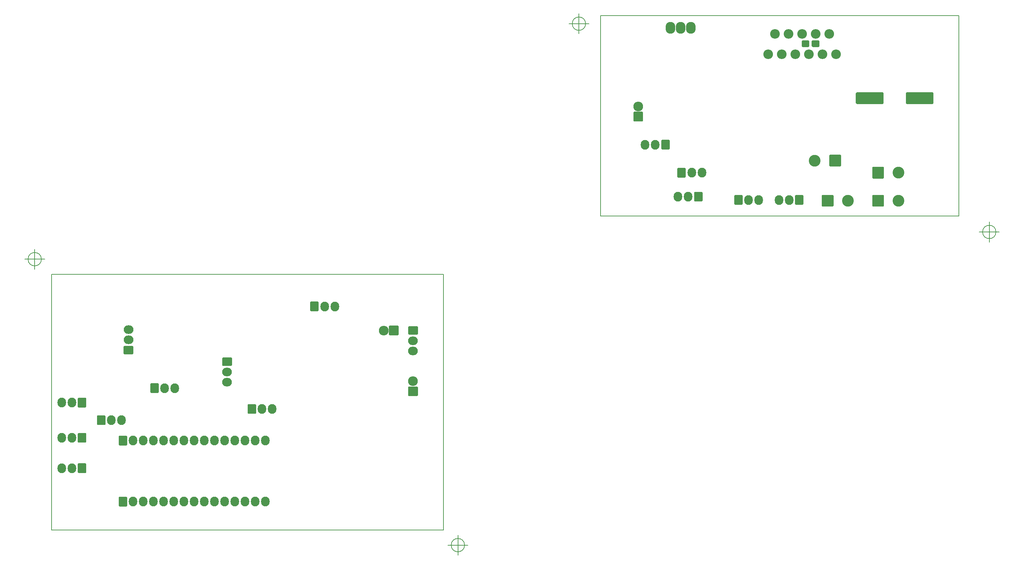
<source format=gbr>
%TF.GenerationSoftware,KiCad,Pcbnew,(5.1.9)-1*%
%TF.CreationDate,2021-04-11T15:54:41+02:00*%
%TF.ProjectId,bab_top,6261625f-746f-4702-9e6b-696361645f70,rev?*%
%TF.SameCoordinates,Original*%
%TF.FileFunction,Soldermask,Bot*%
%TF.FilePolarity,Negative*%
%FSLAX46Y46*%
G04 Gerber Fmt 4.6, Leading zero omitted, Abs format (unit mm)*
G04 Created by KiCad (PCBNEW (5.1.9)-1) date 2021-04-11 15:54:41*
%MOMM*%
%LPD*%
G01*
G04 APERTURE LIST*
%TA.AperFunction,Profile*%
%ADD10C,0.150000*%
%TD*%
%ADD11O,2.432000X2.940000*%
%ADD12O,2.127200X2.432000*%
%ADD13C,2.940000*%
%ADD14O,2.432000X2.127200*%
%ADD15O,2.432000X2.432000*%
%ADD16O,2.400000X2.400000*%
G04 APERTURE END LIST*
D10*
X140866666Y-146200000D02*
G75*
G03*
X140866666Y-146200000I-1666666J0D01*
G01*
X136700000Y-146200000D02*
X141700000Y-146200000D01*
X139200000Y-143700000D02*
X139200000Y-148700000D01*
X35266666Y-74800000D02*
G75*
G03*
X35266666Y-74800000I-1666666J0D01*
G01*
X31100000Y-74800000D02*
X36100000Y-74800000D01*
X33600000Y-72300000D02*
X33600000Y-77300000D01*
X273466666Y-68000000D02*
G75*
G03*
X273466666Y-68000000I-1666666J0D01*
G01*
X269300000Y-68000000D02*
X274300000Y-68000000D01*
X271800000Y-65500000D02*
X271800000Y-70500000D01*
X171066666Y-16000000D02*
G75*
G03*
X171066666Y-16000000I-1666666J0D01*
G01*
X166900000Y-16000000D02*
X171900000Y-16000000D01*
X169400000Y-13500000D02*
X169400000Y-18500000D01*
X40200000Y-78600000D02*
X37800000Y-78600000D01*
X40200000Y-142400000D02*
X37800000Y-142400000D01*
X40200000Y-78600000D02*
X44400000Y-78600000D01*
X37800000Y-142400000D02*
X37800000Y-78600000D01*
X135600000Y-142400000D02*
X39800000Y-142400000D01*
X135600000Y-78600000D02*
X135600000Y-142400000D01*
X44000000Y-78600000D02*
X135600000Y-78600000D01*
X179800000Y-64000000D02*
X174800000Y-64000000D01*
X174800000Y-14000000D02*
X174800000Y-64000000D01*
X179800000Y-14000000D02*
X174800000Y-14000000D01*
X264200000Y-64000000D02*
X259200000Y-64000000D01*
X264200000Y-14000000D02*
X264200000Y-64000000D01*
X264200000Y-14000000D02*
X259200000Y-14000000D01*
X254200000Y-64000000D02*
X259200000Y-64000000D01*
X179800000Y-64000000D02*
X254200000Y-64000000D01*
X254200000Y-14000000D02*
X259200000Y-14000000D01*
X247200000Y-14000000D02*
X192000000Y-14000000D01*
X247200000Y-14000000D02*
X254200000Y-14000000D01*
X192000000Y-14000000D02*
X179800000Y-14000000D01*
D11*
%TO.C,U401*%
X194800000Y-17000000D03*
X192260000Y-17000000D03*
X197340000Y-17000000D03*
%TD*%
%TO.C,P103*%
G36*
G01*
X54736400Y-118884000D02*
X56463600Y-118884000D01*
G75*
G02*
X56663600Y-119084000I0J-200000D01*
G01*
X56663600Y-121116000D01*
G75*
G02*
X56463600Y-121316000I-200000J0D01*
G01*
X54736400Y-121316000D01*
G75*
G02*
X54536400Y-121116000I0J200000D01*
G01*
X54536400Y-119084000D01*
G75*
G02*
X54736400Y-118884000I200000J0D01*
G01*
G37*
D12*
X58140000Y-120100000D03*
X60680000Y-120100000D03*
X63220000Y-120100000D03*
X65760000Y-120100000D03*
X68300000Y-120100000D03*
X70840000Y-120100000D03*
X73380000Y-120100000D03*
X75920000Y-120100000D03*
X78460000Y-120100000D03*
X81000000Y-120100000D03*
X83540000Y-120100000D03*
X86080000Y-120100000D03*
X88620000Y-120100000D03*
X91160000Y-120100000D03*
G36*
G01*
X54736400Y-134124000D02*
X56463600Y-134124000D01*
G75*
G02*
X56663600Y-134324000I0J-200000D01*
G01*
X56663600Y-136356000D01*
G75*
G02*
X56463600Y-136556000I-200000J0D01*
G01*
X54736400Y-136556000D01*
G75*
G02*
X54536400Y-136356000I0J200000D01*
G01*
X54536400Y-134324000D01*
G75*
G02*
X54736400Y-134124000I200000J0D01*
G01*
G37*
X58140000Y-135340000D03*
X60680000Y-135340000D03*
X63220000Y-135340000D03*
X65760000Y-135340000D03*
X68300000Y-135340000D03*
X70840000Y-135340000D03*
X73380000Y-135340000D03*
X75920000Y-135340000D03*
X78460000Y-135340000D03*
X81000000Y-135340000D03*
X83540000Y-135340000D03*
X86080000Y-135340000D03*
X88620000Y-135340000D03*
X91160000Y-135340000D03*
%TD*%
%TO.C,P101*%
G36*
G01*
X234810000Y-48930000D02*
X234810000Y-51470000D01*
G75*
G02*
X234610000Y-51670000I-200000J0D01*
G01*
X232070000Y-51670000D01*
G75*
G02*
X231870000Y-51470000I0J200000D01*
G01*
X231870000Y-48930000D01*
G75*
G02*
X232070000Y-48730000I200000J0D01*
G01*
X234610000Y-48730000D01*
G75*
G02*
X234810000Y-48930000I0J-200000D01*
G01*
G37*
D13*
X228260000Y-50200000D03*
%TD*%
%TO.C,C407*%
G36*
G01*
X245400000Y-33350000D02*
X245400000Y-35850000D01*
G75*
G02*
X245200000Y-36050000I-200000J0D01*
G01*
X238700000Y-36050000D01*
G75*
G02*
X238500000Y-35850000I0J200000D01*
G01*
X238500000Y-33350000D01*
G75*
G02*
X238700000Y-33150000I200000J0D01*
G01*
X245200000Y-33150000D01*
G75*
G02*
X245400000Y-33350000I0J-200000D01*
G01*
G37*
G36*
G01*
X257900000Y-33350000D02*
X257900000Y-35850000D01*
G75*
G02*
X257700000Y-36050000I-200000J0D01*
G01*
X251200000Y-36050000D01*
G75*
G02*
X251000000Y-35850000I0J200000D01*
G01*
X251000000Y-33350000D01*
G75*
G02*
X251200000Y-33150000I200000J0D01*
G01*
X257700000Y-33150000D01*
G75*
G02*
X257900000Y-33350000I0J-200000D01*
G01*
G37*
%TD*%
%TO.C,C409*%
G36*
G01*
X229400000Y-20375000D02*
X229400000Y-21625000D01*
G75*
G02*
X229200000Y-21825000I-200000J0D01*
G01*
X227700000Y-21825000D01*
G75*
G02*
X227500000Y-21625000I0J200000D01*
G01*
X227500000Y-20375000D01*
G75*
G02*
X227700000Y-20175000I200000J0D01*
G01*
X229200000Y-20175000D01*
G75*
G02*
X229400000Y-20375000I0J-200000D01*
G01*
G37*
G36*
G01*
X226900000Y-20375000D02*
X226900000Y-21625000D01*
G75*
G02*
X226700000Y-21825000I-200000J0D01*
G01*
X225200000Y-21825000D01*
G75*
G02*
X225000000Y-21625000I0J200000D01*
G01*
X225000000Y-20375000D01*
G75*
G02*
X225200000Y-20175000I200000J0D01*
G01*
X226700000Y-20175000D01*
G75*
G02*
X226900000Y-20375000I0J-200000D01*
G01*
G37*
%TD*%
%TO.C,RV101*%
G36*
G01*
X44536400Y-109384000D02*
X46263600Y-109384000D01*
G75*
G02*
X46463600Y-109584000I0J-200000D01*
G01*
X46463600Y-111616000D01*
G75*
G02*
X46263600Y-111816000I-200000J0D01*
G01*
X44536400Y-111816000D01*
G75*
G02*
X44336400Y-111616000I0J200000D01*
G01*
X44336400Y-109584000D01*
G75*
G02*
X44536400Y-109384000I200000J0D01*
G01*
G37*
D12*
X42860000Y-110600000D03*
X40320000Y-110600000D03*
%TD*%
%TO.C,RV201*%
G36*
G01*
X58216000Y-96636400D02*
X58216000Y-98363600D01*
G75*
G02*
X58016000Y-98563600I-200000J0D01*
G01*
X55984000Y-98563600D01*
G75*
G02*
X55784000Y-98363600I0J200000D01*
G01*
X55784000Y-96636400D01*
G75*
G02*
X55984000Y-96436400I200000J0D01*
G01*
X58016000Y-96436400D01*
G75*
G02*
X58216000Y-96636400I0J-200000D01*
G01*
G37*
D14*
X57000000Y-94960000D03*
X57000000Y-92420000D03*
%TD*%
%TO.C,RV202*%
G36*
G01*
X64363600Y-108216000D02*
X62636400Y-108216000D01*
G75*
G02*
X62436400Y-108016000I0J200000D01*
G01*
X62436400Y-105984000D01*
G75*
G02*
X62636400Y-105784000I200000J0D01*
G01*
X64363600Y-105784000D01*
G75*
G02*
X64563600Y-105984000I0J-200000D01*
G01*
X64563600Y-108016000D01*
G75*
G02*
X64363600Y-108216000I-200000J0D01*
G01*
G37*
D12*
X66040000Y-107000000D03*
X68580000Y-107000000D03*
%TD*%
%TO.C,RV203*%
G36*
G01*
X80384000Y-101263600D02*
X80384000Y-99536400D01*
G75*
G02*
X80584000Y-99336400I200000J0D01*
G01*
X82616000Y-99336400D01*
G75*
G02*
X82816000Y-99536400I0J-200000D01*
G01*
X82816000Y-101263600D01*
G75*
G02*
X82616000Y-101463600I-200000J0D01*
G01*
X80584000Y-101463600D01*
G75*
G02*
X80384000Y-101263600I0J200000D01*
G01*
G37*
D14*
X81600000Y-102940000D03*
X81600000Y-105480000D03*
%TD*%
%TO.C,RV204*%
G36*
G01*
X88663600Y-113416000D02*
X86936400Y-113416000D01*
G75*
G02*
X86736400Y-113216000I0J200000D01*
G01*
X86736400Y-111184000D01*
G75*
G02*
X86936400Y-110984000I200000J0D01*
G01*
X88663600Y-110984000D01*
G75*
G02*
X88863600Y-111184000I0J-200000D01*
G01*
X88863600Y-113216000D01*
G75*
G02*
X88663600Y-113416000I-200000J0D01*
G01*
G37*
D12*
X90340000Y-112200000D03*
X92880000Y-112200000D03*
%TD*%
%TO.C,RV205*%
G36*
G01*
X104263600Y-87816000D02*
X102536400Y-87816000D01*
G75*
G02*
X102336400Y-87616000I0J200000D01*
G01*
X102336400Y-85584000D01*
G75*
G02*
X102536400Y-85384000I200000J0D01*
G01*
X104263600Y-85384000D01*
G75*
G02*
X104463600Y-85584000I0J-200000D01*
G01*
X104463600Y-87616000D01*
G75*
G02*
X104263600Y-87816000I-200000J0D01*
G01*
G37*
X105940000Y-86600000D03*
X108480000Y-86600000D03*
%TD*%
%TO.C,SW401*%
G36*
G01*
X210063600Y-61216000D02*
X208336400Y-61216000D01*
G75*
G02*
X208136400Y-61016000I0J200000D01*
G01*
X208136400Y-58984000D01*
G75*
G02*
X208336400Y-58784000I200000J0D01*
G01*
X210063600Y-58784000D01*
G75*
G02*
X210263600Y-58984000I0J-200000D01*
G01*
X210263600Y-61016000D01*
G75*
G02*
X210063600Y-61216000I-200000J0D01*
G01*
G37*
X211740000Y-60000000D03*
X214280000Y-60000000D03*
%TD*%
%TO.C,P102*%
G36*
G01*
X242590000Y-61470000D02*
X242590000Y-58930000D01*
G75*
G02*
X242790000Y-58730000I200000J0D01*
G01*
X245330000Y-58730000D01*
G75*
G02*
X245530000Y-58930000I0J-200000D01*
G01*
X245530000Y-61470000D01*
G75*
G02*
X245330000Y-61670000I-200000J0D01*
G01*
X242790000Y-61670000D01*
G75*
G02*
X242590000Y-61470000I0J200000D01*
G01*
G37*
D13*
X249140000Y-60200000D03*
%TD*%
%TO.C,K102*%
G36*
G01*
X126784000Y-93463600D02*
X126784000Y-91736400D01*
G75*
G02*
X126984000Y-91536400I200000J0D01*
G01*
X129016000Y-91536400D01*
G75*
G02*
X129216000Y-91736400I0J-200000D01*
G01*
X129216000Y-93463600D01*
G75*
G02*
X129016000Y-93663600I-200000J0D01*
G01*
X126984000Y-93663600D01*
G75*
G02*
X126784000Y-93463600I0J200000D01*
G01*
G37*
D14*
X128000000Y-95140000D03*
X128000000Y-97680000D03*
%TD*%
%TO.C,K101*%
G36*
G01*
X223536400Y-58784000D02*
X225263600Y-58784000D01*
G75*
G02*
X225463600Y-58984000I0J-200000D01*
G01*
X225463600Y-61016000D01*
G75*
G02*
X225263600Y-61216000I-200000J0D01*
G01*
X223536400Y-61216000D01*
G75*
G02*
X223336400Y-61016000I0J200000D01*
G01*
X223336400Y-58984000D01*
G75*
G02*
X223536400Y-58784000I200000J0D01*
G01*
G37*
D12*
X221860000Y-60000000D03*
X219320000Y-60000000D03*
%TD*%
%TO.C,P104*%
G36*
G01*
X190136400Y-44984000D02*
X191863600Y-44984000D01*
G75*
G02*
X192063600Y-45184000I0J-200000D01*
G01*
X192063600Y-47216000D01*
G75*
G02*
X191863600Y-47416000I-200000J0D01*
G01*
X190136400Y-47416000D01*
G75*
G02*
X189936400Y-47216000I0J200000D01*
G01*
X189936400Y-45184000D01*
G75*
G02*
X190136400Y-44984000I200000J0D01*
G01*
G37*
X188460000Y-46200000D03*
X185920000Y-46200000D03*
%TD*%
%TO.C,P105*%
G36*
G01*
X51063600Y-116216000D02*
X49336400Y-116216000D01*
G75*
G02*
X49136400Y-116016000I0J200000D01*
G01*
X49136400Y-113984000D01*
G75*
G02*
X49336400Y-113784000I200000J0D01*
G01*
X51063600Y-113784000D01*
G75*
G02*
X51263600Y-113984000I0J-200000D01*
G01*
X51263600Y-116016000D01*
G75*
G02*
X51063600Y-116216000I-200000J0D01*
G01*
G37*
X52740000Y-115000000D03*
X55280000Y-115000000D03*
%TD*%
%TO.C,P2*%
G36*
G01*
X122184000Y-91384000D02*
X124216000Y-91384000D01*
G75*
G02*
X124416000Y-91584000I0J-200000D01*
G01*
X124416000Y-93616000D01*
G75*
G02*
X124216000Y-93816000I-200000J0D01*
G01*
X122184000Y-93816000D01*
G75*
G02*
X121984000Y-93616000I0J200000D01*
G01*
X121984000Y-91584000D01*
G75*
G02*
X122184000Y-91384000I200000J0D01*
G01*
G37*
D15*
X120660000Y-92600000D03*
%TD*%
%TO.C,P3*%
G36*
G01*
X129216000Y-106784000D02*
X129216000Y-108816000D01*
G75*
G02*
X129016000Y-109016000I-200000J0D01*
G01*
X126984000Y-109016000D01*
G75*
G02*
X126784000Y-108816000I0J200000D01*
G01*
X126784000Y-106784000D01*
G75*
G02*
X126984000Y-106584000I200000J0D01*
G01*
X129016000Y-106584000D01*
G75*
G02*
X129216000Y-106784000I0J-200000D01*
G01*
G37*
X128000000Y-105260000D03*
%TD*%
%TO.C,P4*%
G36*
G01*
X185416000Y-38184000D02*
X185416000Y-40216000D01*
G75*
G02*
X185216000Y-40416000I-200000J0D01*
G01*
X183184000Y-40416000D01*
G75*
G02*
X182984000Y-40216000I0J200000D01*
G01*
X182984000Y-38184000D01*
G75*
G02*
X183184000Y-37984000I200000J0D01*
G01*
X185216000Y-37984000D01*
G75*
G02*
X185416000Y-38184000I0J-200000D01*
G01*
G37*
X184200000Y-36660000D03*
%TD*%
%TO.C,P5*%
G36*
G01*
X198336400Y-57984000D02*
X200063600Y-57984000D01*
G75*
G02*
X200263600Y-58184000I0J-200000D01*
G01*
X200263600Y-60216000D01*
G75*
G02*
X200063600Y-60416000I-200000J0D01*
G01*
X198336400Y-60416000D01*
G75*
G02*
X198136400Y-60216000I0J200000D01*
G01*
X198136400Y-58184000D01*
G75*
G02*
X198336400Y-57984000I200000J0D01*
G01*
G37*
D12*
X196660000Y-59200000D03*
X194120000Y-59200000D03*
%TD*%
%TO.C,P6*%
G36*
G01*
X195863600Y-54416000D02*
X194136400Y-54416000D01*
G75*
G02*
X193936400Y-54216000I0J200000D01*
G01*
X193936400Y-52184000D01*
G75*
G02*
X194136400Y-51984000I200000J0D01*
G01*
X195863600Y-51984000D01*
G75*
G02*
X196063600Y-52184000I0J-200000D01*
G01*
X196063600Y-54216000D01*
G75*
G02*
X195863600Y-54416000I-200000J0D01*
G01*
G37*
X197540000Y-53200000D03*
X200080000Y-53200000D03*
%TD*%
%TO.C,P106*%
G36*
G01*
X242590000Y-54470000D02*
X242590000Y-51930000D01*
G75*
G02*
X242790000Y-51730000I200000J0D01*
G01*
X245330000Y-51730000D01*
G75*
G02*
X245530000Y-51930000I0J-200000D01*
G01*
X245530000Y-54470000D01*
G75*
G02*
X245330000Y-54670000I-200000J0D01*
G01*
X242790000Y-54670000D01*
G75*
G02*
X242590000Y-54470000I0J200000D01*
G01*
G37*
D13*
X249140000Y-53200000D03*
%TD*%
%TO.C,P107*%
G36*
G01*
X229990000Y-61470000D02*
X229990000Y-58930000D01*
G75*
G02*
X230190000Y-58730000I200000J0D01*
G01*
X232730000Y-58730000D01*
G75*
G02*
X232930000Y-58930000I0J-200000D01*
G01*
X232930000Y-61470000D01*
G75*
G02*
X232730000Y-61670000I-200000J0D01*
G01*
X230190000Y-61670000D01*
G75*
G02*
X229990000Y-61470000I0J200000D01*
G01*
G37*
X236540000Y-60200000D03*
%TD*%
D16*
%TO.C,U403*%
X233600000Y-23600000D03*
X231900000Y-18520000D03*
X230200000Y-23600000D03*
X228500000Y-18520000D03*
X226800000Y-23600000D03*
X225100000Y-18520000D03*
X223400000Y-23600000D03*
X221700000Y-18520000D03*
X220000000Y-23600000D03*
X218300000Y-18520000D03*
X216600000Y-23600000D03*
%TD*%
%TO.C,P108*%
G36*
G01*
X44536400Y-118184000D02*
X46263600Y-118184000D01*
G75*
G02*
X46463600Y-118384000I0J-200000D01*
G01*
X46463600Y-120416000D01*
G75*
G02*
X46263600Y-120616000I-200000J0D01*
G01*
X44536400Y-120616000D01*
G75*
G02*
X44336400Y-120416000I0J200000D01*
G01*
X44336400Y-118384000D01*
G75*
G02*
X44536400Y-118184000I200000J0D01*
G01*
G37*
D12*
X42860000Y-119400000D03*
X40320000Y-119400000D03*
%TD*%
%TO.C,P109*%
G36*
G01*
X44536400Y-125784000D02*
X46263600Y-125784000D01*
G75*
G02*
X46463600Y-125984000I0J-200000D01*
G01*
X46463600Y-128016000D01*
G75*
G02*
X46263600Y-128216000I-200000J0D01*
G01*
X44536400Y-128216000D01*
G75*
G02*
X44336400Y-128016000I0J200000D01*
G01*
X44336400Y-125984000D01*
G75*
G02*
X44536400Y-125784000I200000J0D01*
G01*
G37*
X42860000Y-127000000D03*
X40320000Y-127000000D03*
%TD*%
M02*

</source>
